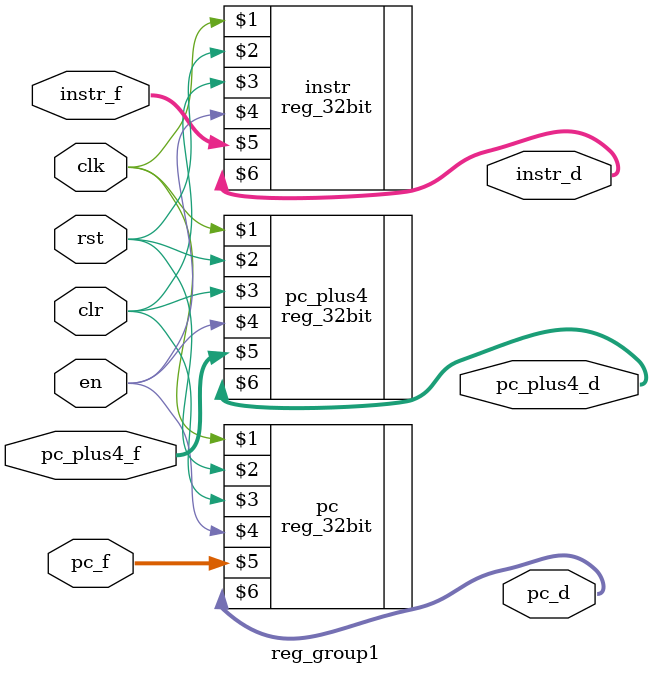
<source format=v>
module reg_group1(clk, rst, clr, en, instr_f, pc_f,
    pc_plus4_f, instr_d, pc_d, pc_plus4_d);
    input clk, rst, clr, en;
    input [31:0] instr_f, pc_f, pc_plus4_f;
    output [31:0] instr_d, pc_d, pc_plus4_d;

    reg_32bit instr(clk, rst, clr, en, instr_f, instr_d);
    reg_32bit pc(clk, rst, clr, en, pc_f, pc_d);
    reg_32bit pc_plus4(clk, rst, clr, en, pc_plus4_f, pc_plus4_d);
endmodule
</source>
